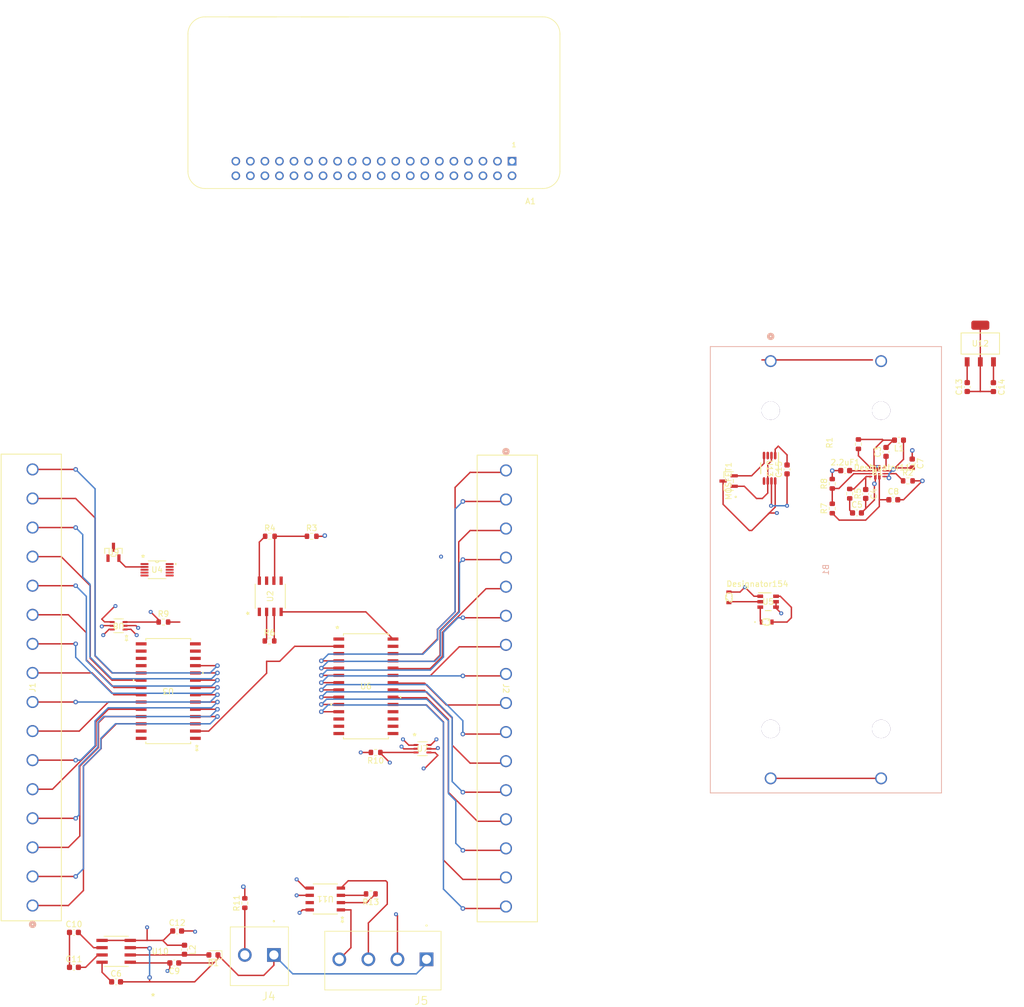
<source format=kicad_pcb>
(kicad_pcb (version 20221018) (generator pcbnew)
  (layers (0 "F.Cu" signal) (31 "B.Cu" signal) (34 "B.Paste" user) (35 "F.Paste" user) (36 "B.SilkS" user "B.Silkscreen") (37 "F.SilkS" user "F.Silkscreen") (38 "B.Mask" user) (39 "F.Mask" user) (44 "Edge.Cuts" user))
  (net 0 "")
  (net 1 "Net-(U5-CAP-)")
  (net 2 "Net-(U5-CAP+)")
  (net 3 "GND")
  (net 4 "-5V")
  (net 5 "Net-(J1-Pin_1)")
  (net 6 "Net-(J1-Pin_2)")
  (net 7 "Net-(J1-Pin_3)")
  (net 8 "Net-(J1-Pin_4)")
  (net 9 "Net-(J1-Pin_5)")
  (net 10 "Net-(J1-Pin_6)")
  (net 11 "Net-(J1-Pin_7)")
  (net 12 "Net-(J1-Pin_8)")
  (net 13 "Net-(J1-Pin_9)")
  (net 14 "Net-(J1-Pin_10)")
  (net 15 "Net-(J1-Pin_11)")
  (net 16 "Net-(J1-Pin_12)")
  (net 17 "Net-(J1-Pin_13)")
  (net 18 "Net-(J1-Pin_14)")
  (net 19 "Net-(J1-Pin_15)")
  (net 20 "Net-(J1-Pin_16)")
  (net 21 "Net-(J2-Pin_1)")
  (net 22 "Net-(J2-Pin_2)")
  (net 23 "Net-(J2-Pin_3)")
  (net 24 "Net-(J2-Pin_4)")
  (net 25 "Net-(J2-Pin_5)")
  (net 26 "Net-(J2-Pin_6)")
  (net 27 "Net-(J2-Pin_7)")
  (net 28 "Net-(J2-Pin_8)")
  (net 29 "Net-(J2-Pin_9)")
  (net 30 "Net-(J2-Pin_10)")
  (net 31 "Net-(J2-Pin_11)")
  (net 32 "Net-(J2-Pin_12)")
  (net 33 "Net-(J2-Pin_13)")
  (net 34 "Net-(J2-Pin_14)")
  (net 35 "Net-(J2-Pin_15)")
  (net 36 "Net-(J2-Pin_16)")
  (net 37 "/PRE-BOOST_LINE")
  (net 38 "Net-(U1-SW)")
  (net 39 "+5V")
  (net 40 "Net-(D1-A)")
  (net 41 "Net-(MOSFET1-G)")
  (net 42 "Net-(MOSFET1-S)")
  (net 43 "Net-(U1-FSW)")
  (net 44 "Net-(U1-ILIM)")
  (net 45 "Net-(U2-REF)")
  (net 46 "Net-(U1-COMP)")
  (net 47 "Net-(C5-Pad1)")
  (net 48 "Net-(R6-Pad1)")
  (net 49 "Net-(R6-Pad2)")
  (net 50 "Net-(U1-FB)")
  (net 51 "/MOSI_LINE")
  (net 52 "/MISO_LINE")
  (net 53 "Net-(R13-Pad1)")
  (net 54 "Net-(R13-Pad2)")
  (net 55 "Net-(U1-VCC)")
  (net 56 "Net-(U1-BOOT)")
  (net 57 "/INA819ID_-IN_LINE")
  (net 58 "/INA819ID_+IN_LINE")
  (net 59 "/THERMO_AMP_LINE")
  (net 60 "/INA819ID-IN_LINE")
  (net 64 "/MUX_A2")
  (net 65 "/MUX_A1")
  (net 66 "/MUX_A0")
  (net 67 "/U3_ENABLE")
  (net 68 "/ADC_U4_CS_LINE")
  (net 69 "Net-(U4-VA)")
  (net 70 "/LOAD_CELL_LINE")
  (net 71 "/PRESSURE_TRANSMITTER_LINE")
  (net 72 "/SCLK_LINE")
  (net 76 "/U6_ENABLE")
  (net 77 "/TEMPERATURE_SENSOR_U7_CS_LINE")
  (net 78 "+3.3V")
  (net 79 "/TEMPERATURE_SENSOR_U8_CS_LINE")
  (net 80 "Net-(U10-REF)")
  (net 81 "Net-(U10-SS)")
  (net 82 "Net-(U10-COMP)")
  (net 83 "+12V")
  (net 84 "Net-(J5-Pin_4)")
  (net 85 "Net-(J5-Pin_3)")
  (net 86 "Net-(U13-VCAPL)")
  (net 89 "Net-(U13-VCAPH)")
  (footprint "DAQ:CONN16_TB007-508_CUD" (layer "F.Cu") (at 112.940253 105.839253 -90)
    (fp_text reference "J2")
    (fp_text value "Screw_Terminal_01x16")
  )
  (footprint "DAQ:CUI_TB007-508-02BE" (layer "F.Cu") (at 72.39 190.5 180)
    (fp_text reference "J4")
    (fp_text value "Pressure_Transmitter_Terminals")
  )
  (footprint "Inductor_SMD:L_0603_1608Metric" (layer "F.Cu") (at 56.769 189.5855 -90)
    (fp_text reference "L2")
    (fp_text value "18uH")
  )
  (footprint "DAQ:SOT23_DIO" (layer "F.Cu") (at 151.8412 107.696 90)
    (fp_text reference "MOSFET1")
    (fp_text value "SI2312CDS-T1-GE3")
  )
  (footprint "Resistor_SMD:R_0603_1608Metric" (layer "F.Cu") (at 90.17 155.115253 180)
    (fp_text reference "R10")
    (fp_text value "10k")
  )
  (footprint "Resistor_SMD:R_0603_1608Metric" (layer "F.Cu") (at 71.691 117.348)
    (fp_text reference "R4")
    (fp_text value "15.67k")
  )
  (footprint "Capacitor_SMD:C_0603_1608Metric" (layer "F.Cu") (at 162.052 105.664 90)
    (fp_text reference "C15")
    (fp_text value "220nf")
  )
  (footprint "Capacitor_SMD:C_0603_1608Metric" (layer "F.Cu") (at 179.348998 102.597998 90)
    (fp_text reference "C3")
    (fp_text value "0.1uF")
  )
  (footprint "Capacitor_SMD:C_0603_1608Metric" (layer "F.Cu") (at 198.106 91.2876 -90)
    (fp_text reference "C14")
    (fp_text value "33uF")
  )
  (footprint "Capacitor_SMD:C_0603_1608Metric" (layer "F.Cu") (at 55.486 186.309)
    (fp_text reference "C12")
    (fp_text value "33uF, 20V")
  )
  (footprint "DAQ:ADA3708_RPI-ZERO" (layer "F.Cu") (at 89.872 53.086 180)
    (fp_text reference "A1")
    (fp_text value "ADA3708")
  )
  (footprint "DAQ:DW28_TEX" (layer "F.Cu") (at 88.467353 143.558253)
    (fp_text reference "U6")
    (fp_text value "MUX507IDWR")
  )
  (footprint "Capacitor_SMD:C_0603_1608Metric" (layer "F.Cu") (at 54.991 191.897 180)
    (fp_text reference "C9")
    (fp_text value "33uF")
  )
  (footprint "Capacitor_SMD:C_0603_1608Metric" (layer "F.Cu") (at 183.920998 104.629998 -90)
    (fp_text reference "C7")
    (fp_text value "22uF")
  )
  (footprint "Resistor_SMD:R_0603_1608Metric" (layer "F.Cu") (at 89.31935 179.832 180)
    (fp_text reference "R13")
    (fp_text value "367")
  )
  (footprint "Resistor_SMD:R_0603_1608Metric" (layer "F.Cu") (at 169.950998 108.172998 90)
    (fp_text reference "R8")
    (fp_text value "100k")
  )
  (footprint "DAQ:CONN16_TB007-508_CUD" (layer "F.Cu") (at 30.226 181.864 90)
    (fp_text reference "J1")
    (fp_text value "Screw_Terminal_01x16")
  )
  (footprint "DAQ:DW28_TEX" (layer "F.Cu") (at 53.9369 144.399 180)
    (fp_text reference "U3")
    (fp_text value "MUX507IDWR")
  )
  (footprint "DAQ:MP04A" (layer "F.Cu") (at 195.82 83.6676)
    (fp_text reference "U12")
    (fp_text value "LM3940IMP-3.3/NOPB")
  )
  (footprint "DAQ:D8_TEX" (layer "F.Cu") (at 81.3755 180.721 180)
    (fp_text reference "U11")
    (fp_text value "INA819ID")
  )
  (footprint "Resistor_SMD:R_0603_1608Metric" (layer "F.Cu") (at 78.994 117.348)
    (fp_text reference "R3")
    (fp_text value "1k")
  )
  (footprint "Resistor_SMD:R_0603_1608Metric" (layer "F.Cu") (at 71.628 135.636)
    (fp_text reference "R6")
    (fp_text value "633")
  )
  (footprint "Capacitor_SMD:C_0603_1608Metric" (layer "F.Cu") (at 175.792998 109.950998 -90)
    (fp_text reference "C4")
    (fp_text value "4.7nF")
  )
  (footprint "DAQ:DBV0006A_N" (layer "F.Cu") (at 158.75 128.778)
    (fp_text reference "U5")
    (fp_text value "LM2664M6X/NOPB")
  )
  (footprint "DAQ:SC70-6_DCK_TEX" (layer "F.Cu") (at 98.354303 154.465254)
    (fp_text reference "U7")
    (fp_text value "TMP126NDCKR")
  )
  (footprint "Capacitor_SMD:C_0603_1608Metric" (layer "F.Cu") (at 37.452 192.659)
    (fp_text reference "C11")
    (fp_text value "0.047uF")
  )
  (footprint "DAQ:SC70-6_DCK_TEX" (layer "F.Cu") (at 45.26255 132.983999 180)
    (fp_text reference "U8")
    (fp_text value "TMP126NDCKR" hide)
  )
  (footprint "Capacitor_SMD:C_0603_1608Metric" (layer "F.Cu") (at 37.452 186.563)
    (fp_text reference "C10")
    (fp_text value "0.1uF")
  )
  (footprint "Capacitor_SMD:C_0603_1608Metric" (layer "F.Cu") (at 44.818 195.199)
    (fp_text reference "C6")
    (fp_text value "0.001uF")
  )
  (footprint "DAQ:D8" (layer "F.Cu") (at 44.831 189.865)
    (fp_text reference "U10")
    (fp_text value "TPS6734IDR")
  )
  (footprint "DAQ:CAP_1608_TDK" (layer "F.Cu") (at 158.496 132.334)
    (fp_text reference "C1")
    (fp_text value "C1608X5R1C335K080AC")
  )
  (footprint "DAQ:D8_TEX" (layer "F.Cu") (at 71.755 127.83185 90)
    (fp_text reference "U2")
    (fp_text value "INA819ID")
  )
  (footprint "Capacitor_SMD:C_0603_1608Metric" (layer "F.Cu") (at 180.618998 110.966998)
    (fp_text reference "C8")
    (fp_text value "3x22uF")
  )
  (footprint "Resistor_SMD:R_0603_1608Metric" (layer "F.Cu") (at 183.158998 107.664998)
    (fp_text reference "R2")
    (fp_text value "200k")
  )
  (footprint "DAQ:DBZ3" (layer "F.Cu") (at 44.3611 120.150001)
    (fp_text reference "U9")
    (fp_text value "REF3133AIDBZR")
  )
  (footprint "DAQ:MUB10A" (layer "F.Cu") (at 51.9811 123.198001)
    (fp_text reference "U4")
    (fp_text value "ADC124S051CIMMX/NOPB")
  )
  (footprint "Resistor_SMD:R_0603_1608Metric" (layer "F.Cu") (at 174.522998 101.251998 90)
    (fp_text reference "R1")
    (fp_text value "312k")
  )
  (footprint "DAQ:CUI_TB007-508-04BE" (layer "F.Cu") (at 99.06 191.262 180)
    (fp_text reference "J5")
    (fp_text value "Load_Cell_terminal")
  )
  (footprint "Resistor_SMD:R_0603_1608Metric" (layer "F.Cu") (at 169.950998 112.490998 90)
    (fp_text reference "R7")
    (fp_text value "313k")
  )
  (footprint "Capacitor_SMD:C_0603_1608Metric" (layer "F.Cu") (at 193.534 91.2746 90)
    (fp_text reference "C13")
    (fp_text value "0.47uF")
  )
  (footprint "Capacitor_SMD:C_0603_1608Metric" (layer "F.Cu") (at 174.268998 113.265998)
    (fp_text reference "C5")
    (fp_text value "4.7nF")
  )
  (footprint "Diode_SMD:D_0603_1608Metric" (layer "F.Cu") (at 61.8235 190.5 180)
    (fp_text reference "D1")
    (fp_text value "1A,20V")
  )
  (footprint "Capacitor_SMD:C_0603_1608Metric" (layer "F.Cu") (at 172.207999 105.870999)
    (fp_text reference "2.2uF1")
    (fp_text value "C")
  )
  (footprint "DAQ:DGK0008A_N" (layer "F.Cu") (at 159.004 105.470998 -90)
    (fp_text reference "U13")
    (fp_text value "LM74610QDGKRQ1")
  )
  (footprint "Resistor_SMD:R_0603_1608Metric" (layer "F.Cu") (at 67.31 181.4355 90)
    (fp_text reference "R11")
    (fp_text value "165")
  )
  (footprint "Resistor_SMD:R_0603_1608Metric" (layer "F.Cu") (at 172.998998 109.900998 -90)
    (fp_text reference "R5")
    (fp_text value "17.4")
  )
  (footprint "DAQ:RNR0011A" (layer "F.Cu") (at 177.824998 106.152997)
    (fp_text reference "U1")
    (fp_text value "TPS61089RNRR")
  )
  (footprint "Inductor_SMD:L_0603_1608Metric" (layer "F.Cu") (at 181.609498 100.552998 180)
    (fp_text reference "L1")
    (fp_text value "1.8uH")
  )
  (footprint "Resistor_SMD:R_0603_1608Metric" (layer "F.Cu") (at 53.086 132.334)
    (fp_text reference "R9")
    (fp_text value "10k")
  )
  (footprint "DAQ:CAP_1608_TDK" (layer "F.Cu") (at 151.892 128.016 -90)
    (fp_text reference "C2")
    (fp_text value "C1608X5R1C335K080AC")
  )
  (footprint "DAQ:BK-18650-PC4_MPD" (layer "B.Cu") (at 159.190997 86.74589 -90)
    (fp_text reference "B1")
    (fp_text value "BK-18650-PC4")
  )
  (segment (start 157.374999 129.727998) (end 157.374999 132.140099) (width 0.25) (layer "F.Cu") (net 1))
  (segment (start 157.374999 132.140099) (end 157.5689 132.334) (width 0.25) (layer "F.Cu") (net 1))
  (segment (start 162.814 131.572) (end 162.814 129.767) (width 0.25) (layer "F.Cu") (net 2))
  (segment (start 159.4231 132.334) (end 162.052 132.334) (width 0.25) (layer "F.Cu") (net 2))
  (segment (start 162.814 129.767) (end 160.874999 127.827999) (width 0.25) (layer "F.Cu") (net 2))
  (segment (start 162.052 132.334) (end 162.814 131.572) (width 0.25) (layer "F.Cu") (net 2))
  (segment (start 160.874999 127.827999) (end 160.124999 127.827999) (width 0.25) (layer "F.Cu") (net 2))
  (segment (start 54.216 191.897) (end 47.4218 191.897) (width 0.25) (layer "F.Cu") (net 3))
  (segment (start 54.216 192.8752) (end 53.7972 193.294) (width 0.25) (layer "F.Cu") (net 3))
  (segment (start 198.093 92.0496) (end 198.106 92.0626) (width 0.25) (layer "F.Cu") (net 3))
  (segment (start 97.230353 154.495252) (end 95.086352 154.495252) (width 0.25) (layer "F.Cu") (net 3))
  (segment (start 153.8351 127.0889) (end 154.686 126.238) (width 0.25) (layer "F.Cu") (net 3))
  (segment (start 195.82 86.868) (end 195.82 92.0496) (width 0.25) (layer "F.Cu") (net 3))
  (segment (start 177.474999 108.014997) (end 177.316998 108.172998) (width 0.25) (layer "F.Cu") (net 3))
  (segment (start 178.490999 159.645913) (end 159.190997 159.645913) (width 0.25) (layer "F.Cu") (net 3))
  (segment (start 95.086352 154.495252) (end 94.690353 154.099253) (width 0.25) (layer "F.Cu") (net 3))
  (segment (start 177.316998 110.992998) (end 175.792998 112.516998) (width 0.25) (layer "F.Cu") (net 3))
  (segment (start 156.275999 127.827999) (end 157.374999 127.827999) (width 0.25) (layer "F.Cu") (net 3))
  (segment (start 195.82 92.0496) (end 198.093 92.0496) (width 0.25) (layer "F.Cu") (net 3))
  (segment (start 171.432999 105.870999) (end 169.966997 105.870999) (width 0.25) (layer "F.Cu") (net 3))
  (segment (start 183.920998 102.356998) (end 183.933998 102.343998) (width 0.25) (layer "F.Cu") (net 3))
  (segment (start 93.98 183.642) (end 93.726 183.388) (width 0.25) (layer "F.Cu") (net 3))
  (segment (start 46.1325 132.954001) (end 48.276501 132.954001) (width 0.25) (layer "F.Cu") (net 3))
  (segment (start 48.276501 132.954001) (end 48.6725 133.35) (width 0.25) (layer "F.Cu") (net 3))
  (segment (start 43.8846 132.954001) (end 42.464499 132.954001) (width 0.25) (layer "F.Cu") (net 3))
  (segment (start 177.474999 106.852998) (end 177.474999 108.014997) (width 0.25) (layer "F.Cu") (net 3))
  (segment (start 42.464499 132.954001) (end 42.3225 133.096) (width 0.25) (layer "F.Cu") (net 3))
  (segment (start 181.393998 110.966998) (end 182.396998 110.966998) (width 0.25) (layer "F.Cu") (net 3))
  (segment (start 78.65135 180.086) (end 76.36535 180.086) (width 0.25) (layer "F.Cu") (net 3))
  (segment (start 183.920998 103.854998) (end 183.920998 102.356998) (width 0.25) (layer "F.Cu") (net 3))
  (segment (start 183.983998 107.664998) (end 185.698998 107.664998) (width 0.25) (layer "F.Cu") (net 3))
  (segment (start 151.892 127.0889) (end 153.8351 127.0889) (width 0.25) (layer "F.Cu") (net 3))
  (segment (start 47.4218 191.897) (end 47.2948 191.77) (width 0.25) (layer "F.Cu") (net 3))
  (segment (start 169.966997 105.870999) (end 169.950998 105.886998) (width 0.25) (layer "F.Cu") (net 3))
  (segment (start 177.316998 108.172998) (end 177.316998 110.992998) (width 0.25) (layer "F.Cu") (net 3))
  (segment (start 67.31 180.6105) (end 67.31 178.8325) (width 0.25) (layer "F.Cu") (net 3))
  (segment (start 100.898354 154.495252) (end 101.040353 154.353253) (width 0.25) (layer "F.Cu") (net 3))
  (segment (start 56.261 186.309) (end 58.4962 186.309) (width 0.25) (layer "F.Cu") (net 3))
  (segment (start 79.819 117.348) (end 81.1657 117.348) (width 0.25) (layer "F.Cu") (net 3))
  (segment (start 154.686 126.238) (end 156.275999 127.827999) (width 0.25) (layer "F.Cu") (net 3))
  (segment (start 193.534 92.0496) (end 195.82 92.0496) (width 0.25) (layer "F.Cu") (net 3))
  (segment (start 54.216 191.897) (end 54.216 192.8752) (width 0.25) (layer "F.Cu") (net 3))
  (segment (start 182.396998 110.966998) (end 185.698998 107.664998) (width 0.25) (layer "F.Cu") (net 3))
  (segment (start 169.950998 107.347998) (end 169.950998 105.886998) (width 0.25) (layer "F.Cu") (net 3))
  (segment (start 67.31 178.8325) (end 67.056 178.5785) (width 0.25) (layer "F.Cu") (net 3))
  (segment (start 58.4962 186.309) (end 58.6232 186.436) (width 0.25) (layer "F.Cu") (net 3))
  (segment (start 36.677 186.563) (end 36.677 192.659) (width 0.25) (layer "F.Cu") (net 3))
  (segment (start 99.478253 154.495252) (end 100.898354 154.495252) (width 0.25) (layer "F.Cu") (net 3))
  (segment (start 81.1657 117.348) (end 81.28 117.2337) (width 0.25) (layer "F.Cu") (net 3))
  (segment (start 93.98 191.262) (end 93.98 183.642) (width 0.25) (layer "F.Cu") (net 3))
  (segment (start 175.792998 110.725998) (end 175.792998 112.516998) (width 0.25) (layer "F.Cu") (net 3))
  (segment (start 195.82 80.4672) (end 195.82 86.868) (width 0.25) (layer "F.Cu") (net 3))
  (segment (start 175.792998 112.516998) (end 175.043998 113.265998) (width 0.25) (layer "F.Cu") (net 3))
  (via (at 185.698998 107.664998) (size 0.8) (drill 0.4) (layers "F.Cu" "B.Cu") (net 3))
  (via (at 94.690353 154.099253) (size 0.7) (drill 0.3) (layers "F.Cu" "B.Cu") (net 3))
  (via (at 48.6725 133.35) (size 0.7) (drill 0.3) (layers "F.Cu" "B.Cu") (net 3))
  (via (at 67.056 178.5785) (size 0.8) (drill 0.4) (layers "F.Cu" "B.Cu") (net 3))
  (via (at 53.7972 193.294) (size 0.7) (drill 0.3) (layers "F.Cu" "B.Cu") (net 3))
  (via (at 101.040353 154.353253) (size 0.7) (drill 0.3) (layers "F.Cu" "B.Cu") (net 3))
  (via (at 42.3225 133.096) (size 0.7) (drill 0.3) (layers "F.Cu" "B.Cu") (net 3))
  (via (at 81.28 117.2337) (size 0.8) (drill 0.4) (layers "F.Cu" "B.Cu") (net 3))
  (via (at 76.36535 180.086) (size 0.7) (drill 0.3) (layers "F.Cu" "B.Cu") (net 3))
  (via (at 93.726 183.388) (size 0.7) (drill 0.3) (layers "F.Cu" "B.Cu") (net 3))
  (via (at 154.686 126.238) (size 0.7) (drill 0.3) (layers "F.Cu" "B.Cu") (net 3))
  (via (at 177.316998 108.172998) (size 0.8) (drill 0.4) (layers "F.Cu" "B.Cu") (net 3))
  (via (at 183.933998 102.343998) (size 0.8) (drill 0.4) (layers "F.Cu" "B.Cu") (net 3))
  (via (at 169.950998 105.886998) (size 0.8) (drill 0.4) (layers "F.Cu" "B.Cu") (net 3))
  (via (at 58.6232 186.436) (size 0.7) (drill 0.3) (layers "F.Cu" "B.Cu") (net 3))
  (segment (start 157.374999 128.778) (end 152.0571 128.778) (width 0.25) (layer "F.Cu") (net 4))
  (segment (start 78.65135 178.816) (end 77.88935 178.816) (width 0.25) (layer "F.Cu") (net 4))
  (segment (start 152.0571 128.778) (end 151.892 128.9431) (width 0.25) (layer "F.Cu") (net 4))
  (segment (start 77.88935 178.816) (end 76.36535 177.292) (width 0.25) (layer "F.Cu") (net 4))
  (via (at 76.36535 177.292) (size 0.7) (drill 0.3) (layers "F.Cu" "B.Cu") (net 4))
  (segment (start 30.1371 181.864) (end 36.4871 181.864) (width 0.25) (layer "F.Cu") (net 5))
  (segment (start 44.8691 150.114) (end 49.53 150.114) (width 0.25) (layer "F.Cu") (net 5))
  (segment (start 39.116 179.2351) (end 39.116 157.524846) (width 0.25) (layer "F.Cu") (net 5))
  (segment (start 39.116 157.524846) (end 42.2021 154.438746) (width 0.25) (layer "F.Cu") (net 5))
  (segment (start 42.2021 154.438746) (end 42.2021 152.781) (width 0.25) (layer "F.Cu") (net 5))
  (segment (start 36.4871 181.864) (end 39.116 179.2351) (width 0.25) (layer "F.Cu") (net 5))
  (segment (start 42.2021 152.781) (end 44.8691 150.114) (width 0.25) (layer "F.Cu") (net 5))
  (segment (start 37.7571 176.784) (end 30.1371 176.784) (width 0.25) (layer "F.Cu") (net 6))
  (segment (start 62.5221 148.844) (end 59.0042 148.844) (width 0.25) (layer "F.Cu") (net 6))
  (via (at 37.7571 176.784) (size 0.8) (drill 0.4) (layers "F.Cu" "B.Cu") (net 6))
  (via (at 62.5221 148.844) (size 0.8) (drill 0.4) (layers "F.Cu" "B.Cu") (net 6))
  (segment (start 44.704 150.114) (end 61.2521 150.114) (width 0.25) (layer "B.Cu") (net 6))
  (segment (start 39.116 157.48) (end 42.164 154.432) (width 0.25) (layer "B.Cu") (net 6))
  (segment (start 42.164 154.432) (end 42.164 152.654) (width 0.25) (layer "B.Cu") (net 6))
  (segment (start 42.164 152.654) (end 44.704 150.114) (width 0.25) (layer "B.Cu") (net 6))
  (segment (start 61.2521 150.114) (end 62.5221 148.844) (width 0.25) (layer "B.Cu") (net 6))
  (segment (start 39.116 175.4251) (end 39.116 157.48) (width 0.25) (layer "B.Cu") (net 6))
  (segment (start 37.7571 176.784) (end 39.116 175.4251) (width 0.25) (layer "B.Cu") (net 6))
  (segment (start 30.1371 171.704) (end 36.4871 171.704) (width 0.25) (layer "F.Cu") (net 7))
  (segment (start 38.4821 157.52235) (end 41.7521 154.25235) (width 0.25) (layer "F.Cu") (net 7))
  (segment (start 38.4821 169.709) (end 38.4821 157.52235) (width 0.25) (layer "F.Cu") (net 7))
  (segment (start 41.7521 154.25235) (end 41.7521 149.927604) (width 0.25) (layer "F.Cu") (net 7))
  (segment (start 41.7521 149.927604) (end 42.835704 148.844) (width 0.25) (layer "F.Cu") (net 7))
  (segment (start 36.4871 171.704) (end 38.4821 169.709) (width 0.25) (layer "F.Cu") (net 7))
  (segment (start 42.835704 148.844) (end 49.53 148.844) (width 0.25) (layer "F.Cu") (net 7))
  (segment (start 37.7571 166.624) (end 30.1371 166.624) (width 0.25) (layer "F.Cu") (net 8))
  (segment (start 62.5221 147.574) (end 59.0042 147.574) (width 0.25) (layer "F.Cu") (net 8))
  (via (at 62.5221 147.574) (size 0.8) (drill 0.4) (layers "F.Cu" "B.Cu") (net 8))
  (via (at 37.7571 166.624) (size 0.8) (drill 0.4) (layers "F.Cu" "B.Cu") (net 8))
  (segment (start 61.2521 148.844) (end 42.672 148.844) (width 0.25) (layer "B.Cu") (net 8))
  (segment (start 38.354 166.0271) (end 37.7571 166.624) (width 0.25) (layer "B.Cu") (net 8))
  (segment (start 41.656 149.86) (end 41.656 154.178) (width 0.25) (layer "B.Cu") (net 8))
  (segment (start 42.672 148.844) (end 41.656 149.86) (width 0.25) (layer "B.Cu") (net 8))
  (segment (start 38.354 157.48) (end 38.354 166.0271) (width 0.25) (layer "B.Cu") (net 8))
  (segment (start 41.656 154.178) (end 38.354 157.48) (width 0.25) (layer "B.Cu") (net 8))
  (segment (start 62.5221 147.574) (end 61.2521 148.844) (width 0.25) (layer "B.Cu") (net 8))
  (segment (start 33.702405 161.544) (end 41.3021 153.944305) (width 0.25) (layer "F.Cu") (net 9))
  (segment (start 41.3021 153.944305) (end 41.3021 149.741208) (width 0.25) (layer "F.Cu") (net 9))
  (segment (start 43.469308 147.574) (end 49.53 147.574) (width 0.25) (layer "F.Cu") (net 9))
  (segment (start 41.3021 149.741208) (end 43.469308 147.574) (width 0.25) (layer "F.Cu") (net 9))
  (segment (start 30.1371 161.544) (end 33.702405 161.544) (width 0.25) (layer "F.Cu") (net 9))
  (segment (start 62.5221 146.304) (end 59.0042 146.304) (width 0.25) (layer "F.Cu") (net 10))
  (segment (start 37.7571 156.464) (end 30.1371 156.464) (width 0.25) (layer "F.Cu") (net 10))
  (via (at 62.5221 146.304) (size 0.8) (drill 0.4) (layers "F.Cu" "B.Cu") (net 10))
  (via (at 37.7571 156.464) (size 0.8) (drill 0.4) (layers "F.Cu" "B.Cu") (net 10))
  (segment (start 43.434 147.32) (end 41.148 149.606) (width 0.25) (layer "B.Cu") (net 10))
  (segment (start 41.148 153.924) (end 38.608 156.464) (width 0.25) (layer "B.Cu") (net 10))
  (segment (start 62.5221 146.304) (end 61.5061 147.32) (width 0.25) (layer "B.Cu") (net 10))
  (segment (start 41.148 149.606) (end 41.148 153.924) (width 0.25) (layer "B.Cu") (net 10))
  (segment (start 38.608 156.464) (end 37.7571 156.464) (width 0.25) (layer "B.Cu") (net 10))
  (segment (start 61.5061 147.32) (end 43.434 147.32) (width 0.25) (layer "B.Cu") (net 10))
  (segment (start 38.3921 151.384) (end 43.4721 146.304) (width 0.25) (layer "F.Cu") (net 11))
  (segment (start 43.4721 146.304) (end 49.53 146.304) (width 0.25) (layer "F.Cu") (net 11))
  (segment (start 30.1371 151.384) (end 30.5871 150.934) (width 0.25) (layer "F.Cu") (net 11))
  (segment (start 30.1371 151.384) (end 38.3921 151.384) (width 0.25) (layer "F.Cu") (net 11))
  (segment (start 30.1371 146.304) (end 37.7571 146.304) (width 0.25) (layer "F.Cu") (net 12))
  (segment (start 62.5221 145.034) (end 59.0042 145.034) (width 0.25) (layer "F.Cu") (net 12))
  (via (at 62.5221 145.034) (size 0.8) (drill 0.4) (layers "F.Cu" "B.Cu") (net 12))
  (via (at 37.7571 146.304) (size 0.8) (drill 0.4) (layers "F.Cu" "B.Cu") (net 12))
  (segment (start 61.2521 146.304) (end 37.7571 146.304) (width 0.25) (layer "B.Cu") (net 12))
  (segment (start 62.5221 145.034) (end 61.2521 146.304) (width 0.25) (layer "B.Cu") (net 12))
  (segment (start 44.45 145.034) (end 49.53 145.034) (width 0.25) (layer "F.Cu") (net 13))
  (segment (start 40.64 141.224) (end 44.45 145.034) (width 0.25) (layer "F.Cu") (net 13))
  (segment (start 30.1371 141.224) (end 40.64 141.224) (width 0.25) (layer "F.Cu") (net 13))
  (segment (start 62.5221 143.764) (end 59.0042 143.764) (width 0.25) (layer "F.Cu") (net 14))
  (segment (start 37.7571 136.144) (end 30.1371 136.144) (width 0.25) (layer "F.Cu") (net 14))
  (via (at 37.7571 136.144) (size 0.8) (drill 0.4) (layers "F.Cu" "B.Cu") (net 14))
  (via (at 62.5221 143.764) (size 0.8) (drill 0.4) (layers "F.Cu" "B.Cu") (net 14))
  (segment (start 37.7571 136.144) (end 37.7571 138.4681) (width 0.25) (layer "B.Cu") (net 14))
  (segment (start 61.5061 144.78) (end 62.5221 143.764) (width 0.25) (layer "B.Cu") (net 14))
  (segment (start 44.069 144.78) (end 61.5061 144.78) (width 0.25) (layer "B.Cu") (net 14))
  (segment (start 37.7571 138.4681) (end 44.069 144.78) (width 0.25) (layer "B.Cu") (net 14))
  (segment (start 30.1371 131.064) (end 36.4871 131.064) (width 0.25) (layer "F.Cu") (net 15))
  (segment (start 39.624 134.2009) (end 39.624 138.938) (width 0.25) (layer "F.Cu") (net 15))
  (segment (start 36.4871 131.064) (end 39.624 134.2009) (width 0.25) (layer "F.Cu") (net 15))
  (segment (start 39.624 138.938) (end 44.45 143.764) (width 0.25) (layer "F.Cu") (net 15))
  (segment (start 44.45 143.764) (end 49.53 143.764) (width 0.25) (layer "F.Cu") (net 15))
  (segment (start 37.7571 125.984) (end 30.1371 125.984) (width 0.25) (layer "F.Cu") (net 16))
  (segment (start 62.5221 142.494) (end 59.0042 142.494) (width 0.25) (layer "F.Cu") (net 16))
  (via (at 37.7571 125.984) (size 0.8) (drill 0.4) (layers "F.Cu" "B.Cu") (net 16))
  (via (at 62.5221 142.494) (size 0.8) (drill 0.4) (layers "F.Cu" "B.Cu") (net 16))
  (segment (start 39.624 139.065) (end 44.069 143.51) (width 0.25) (layer "B.Cu") (net 16))
  (segment (start 44.069 143.51) (end 61.5061 143.51) (width 0.25) (layer "B.Cu") (net 16))
  (segment (start 39.624 127.8509) (end 39.624 139.065) (width 0.25) (layer "B.Cu") (net 16))
  (segment (start 37.7571 125.984) (end 39.624 127.8509) (width 0.25) (layer "B.Cu") (net 16))
  (segment (start 61.5061 143.51) (end 62.5221 142.494) (width 0.25) (layer "B.Cu") (net 16))
  (segment (start 44.1071 142.494) (end 49.53 142.494) (width 0.25) (layer "F.Cu") (net 17))
  (segment (start 35.2171 120.904) (end 40.2971 125.984) (width 0.25) (layer "F.Cu") (net 17))
  (segment (start 30.1371 120.904) (end 35.2171 120.904) (width 0.25) (layer "F.Cu") (net 17))
  (segment (start 40.2971 138.684) (end 44.1071 142.494) (width 0.25) (layer "F.Cu") (net 17))
  (segment (start 40.2971 125.984) (end 40.2971 138.684) (width 0.25) (layer "F.Cu") (net 17))
  (segment (start 37.7571 115.824) (end 30.1371 115.824) (width 0.25) (layer "F.Cu") (net 18))
  (segment (start 62.5221 141.224) (end 59.0042 141.224) (width 0.25) (layer "F.Cu") (net 18))
  (via (at 37.7571 115.824) (size 0.8) (drill 0.4) (layers "F.Cu" "B.Cu") (net 18))
  (via (at 62.5221 141.224) (size 0.8) (drill 0.4) (layers "F.Cu" "B.Cu") (net 18))
  (segment (start 61.5061 142.24) (end 62.5221 141.224) (width 0.25) (layer "B.Cu") (net 18))
  (segment (start 40.259 138.43) (end 44.069 142.24) (width 0.25) (layer "B.Cu") (net 18))
  (segment (start 40.259 125.73) (end 40.259 138.43) (width 0.25) (layer "B.Cu") (net 18))
  (segment (start 37.7571 115.824) (end 38.989 117.0559) (width 0.25) (layer "B.Cu") (net 18))
  (segment (start 44.069 142.24) (end 61.5061 142.24) (width 0.25) (layer "B.Cu") (net 18))
  (segment (start 38.989 117.0559) (end 38.989 124.46) (width 0.25) (layer "B.Cu") (net 18))
  (segment (start 38.989 124.46) (end 40.259 125.73) (width 0.25) (layer "B.Cu") (net 18))
  (segment (start 30.1371 110.744) (end 37.7571 110.744) (width 0.25) (layer "F.Cu") (net 19))
  (segment (start 41.148 138.2649) (end 44.1071 141.224) (width 0.25) (layer "F.Cu") (net 19))
  (segment (start 37.7571 110.744) (end 41.148 114.1349) (width 0.25) (layer "F.Cu") (net 19))
  (segment (start 44.1071 141.224) (end 49.53 141.224) (width 0.25) (layer "F.Cu") (net 19))
  (segment (start 41.148 114.1349) (end 41.148 138.2649) (width 0.25) (layer "F.Cu") (net 19))
  (segment (start 37.7571 105.664) (end 30.1371 105.664) (width 0.25) (layer "F.Cu") (net 20))
  (segment (start 62.5221 139.954) (end 59.0042 139.954) (width 0.25) (layer "F.Cu") (net 20))
  (via (at 62.5221 139.954) (size 0.8) (drill 0.4) (layers "F.Cu" "B.Cu") (net 20))
  (via (at 37.7571 105.664) (size 0.8) (drill 0.4) (layers "F.Cu" "B.Cu") (net 20))
  (segment (start 61.2521 141.224) (end 62.5221 139.954) (width 0.25) (layer "B.Cu") (net 20))
  (segment (start 41.148 138.176) (end 44.196 141.224) (width 0.25) (layer "B.Cu") (net 20))
  (segment (start 44.196 141.224) (end 61.2521 141.224) (width 0.25) (layer "B.Cu") (net 20))
  (segment (start 37.7571 105.664) (end 41.148 109.0549) (width 0.25) (layer "B.Cu") (net 20))
  (segment (start 41.148 109.0549) (end 41.148 138.176) (width 0.25) (layer "B.Cu") (net 20))
  (segment (start 106.679153 106.182153) (end 104.050253 108.811053) (width 0.25) (layer "F.Cu") (net 21))
  (segment (start 100.964153 133.607407) (end 100.964153 135.265153) (width 0.25) (layer "F.Cu") (net 21))
  (segment (start 98.297153 137.932153) (end 93.636253 137.932153) (width 0.25) (layer "F.Cu") (net 21))
  (segment (start 113.029153 106.182153) (end 106.679153 106.182153) (width 0.25) (layer "F.Cu") (net 21))
  (segment (start 104.050253 130.521307) (end 100.964153 133.607407) (width 0.25) (layer "F.Cu") (net 21))
  (segment (start 104.050253 108.811053) (end 104.050253 130.521307) (width 0.25) (layer "F.Cu") (net 21))
  (segment (start 100.964153 135.265153) (end 98.297153 137.932153) (width 0.25) (layer "F.Cu") (net 21))
  (segment (start 105.409153 111.262153) (end 113.029153 111.262153) (width 0.25) (layer "F.Cu") (net 22))
  (segment (start 80.682253 139.113253) (end 84.200153 139.113253) (width 0.25) (layer "F.Cu") (net 22))
  (via (at 80.682253 139.113253) (size 0.8) (drill 0.4) (layers "F.Cu" "B.Cu") (net 22))
  (via (at 105.409153 111.262153) (size 0.8) (drill 0.4) (layers "F.Cu" "B.Cu") (net 22))
  (segment (start 80.682253 139.113253) (end 80.733053 139.113253) (width 0.25) (layer "B.Cu") (net 22))
  (segment (start 80.733053 139.113253) (end 81.914153 137.932153) (width 0.25) (layer "B.Cu") (net 22))
  (segment (start 101.002253 135.392153) (end 98.462253 137.932153) (width 0.25) (layer "B.Cu") (net 22))
  (segment (start 101.002253 133.614153) (end 101.002253 135.392153) (width 0.25) (layer "B.Cu") (net 22))
  (segment (start 98.462253 137.932153) (end 81.914153 137.932153) (width 0.25) (layer "B.Cu") (net 22))
  (segment (start 104.050253 112.621053) (end 104.050253 130.566153) (width 0.25) (layer "B.Cu") (net 22))
  (segment (start 105.409153 111.262153) (end 104.050253 112.621053) (width 0.25) (layer "B.Cu") (net 22))
  (segment (start 104.050253 130.566153) (end 101.002253 133.614153) (width 0.25) (layer "B.Cu") (net 22))
  (segment (start 104.684153 118.337153) (end 104.684153 130.523803) (width 0.25) (layer "F.Cu") (net 23))
  (segment (start 106.679153 116.342153) (end 104.684153 118.337153) (width 0.25) (layer "F.Cu") (net 23))
  (segment (start 104.684153 130.523803) (end 101.414153 133.793803) (width 0.25) (layer "F.Cu") (net 23))
  (segment (start 113.029153 116.342153) (end 106.679153 116.342153) (width 0.25) (layer "F.Cu") (net 23))
  (segment (start 101.414153 138.118549) (end 100.330549 139.202153) (width 0.25) (layer "F.Cu") (net 23))
  (segment (start 100.330549 139.202153) (end 93.636253 139.202153) (width 0.25) (layer "F.Cu") (net 23))
  (segment (start 101.414153 133.793803) (end 101.414153 138.118549) (width 0.25) (layer "F.Cu") (net 23))
  (segment (start 80.682253 140.383253) (end 84.200153 140.383253) (width 0.25) (layer "F.Cu") (net 24))
  (segment (start 105.409153 121.422153) (end 113.029153 121.422153) (width 0.25) (layer "F.Cu") (net 24))
  (via (at 105.409153 121.422153) (size 0.8) (drill 0.4) (layers "F.Cu" "B.Cu") (net 24))
  (via (at 80.682253 140.383253) (size 0.8) (drill 0.4) (layers "F.Cu" "B.Cu") (net 24))
  (segment (start 80.682253 140.383253) (end 81.863353 139.202153) (width 0.25) (layer "B.Cu") (net 24))
  (segment (start 101.510253 138.186153) (end 101.510253 133.868153) (width 0.25) (layer "B.Cu") (net 24))
  (segment (start 104.812253 130.566153) (end 104.812253 122.019053) (width 0.25) (layer "B.Cu") (net 24))
  (segment (start 101.510253 133.868153) (end 104.812253 130.566153) (width 0.25) (layer "B.Cu") (net 24))
  (segment (start 81.863353 139.202153) (end 100.494253 139.202153) (width 0.25) (layer "B.Cu") (net 24))
  (segment (start 100.494253 139.202153) (end 101.510253 138.186153) (width 0.25) (layer "B.Cu") (net 24))
  (segment (start 104.812253 122.019053) (end 105.409153 121.422153) (width 0.25) (layer "B.Cu") (net 24))
  (segment (start 113.029153 126.502153) (end 109.463848 126.502153) (width 0.25) (layer "F.Cu") (net 25))
  (segment (start 99.696945 140.472153) (end 93.636253 140.472153) (width 0.25) (layer "F.Cu") (net 25))
  (segment (start 101.864153 138.304945) (end 99.696945 140.472153) (width 0.25) (layer "F.Cu") (net 25))
  (segment (start 109.463848 126.502153) (end 101.864153 134.101848) (width 0.25) (layer "F.Cu") (net 25))
  (segment (start 101.864153 134.101848) (end 101.864153 138.304945) (width 0.25) (layer "F.Cu") (net 25))
  (segment (start 80.682253 141.653253) (end 84.200153 141.653253) (width 0.25) (layer "F.Cu") (net 26))
  (segment (start 105.409153 131.582153) (end 113.029153 131.582153) (width 0.25) (layer "F.Cu") (net 26))
  (via (at 105.409153 131.582153) (size 0.8) (drill 0.4) (layers "F.Cu" "B.Cu") (net 26))
  (via (at 80.682253 141.653253) (size 0.8) (drill 0.4) (layers "F.Cu" "B.Cu") (net 26))
  (segment (start 99.732253 140.726153) (end 102.018253 138.440153) (width 0.25) (layer "B.Cu") (net 26))
  (segment (start 81.660153 140.726153) (end 99.732253 140.726153) (width 0.25) (layer "B.Cu") (net 26))
  (segment (start 102.018253 134.122153) (end 104.558253 131.582153) (width 0.25) (layer "B.Cu") (net 26))
  (segment (start 80.682253 141.653253) (end 80.733053 141.653253) (width 0.25) (layer "B.Cu") (net 26))
  (segment (start 80.733053 141.653253) (end 81.660153 140.726153) (width 0.25) (layer "B.Cu") (net 26))
  (segment (start 102.018253 138.440153) (end 102.018253 134.122153) (width 0.25) (layer "B.Cu") (net 26))
  (segment (start 104.558253 131.582153) (end 105.409153 131.582153) (width 0.25) (layer "B.Cu") (net 26))
  (segment (start 99.694153 141.742153) (end 93.636253 141.742153) (width 0.25) (layer "F.Cu") (net 27))
  (segment (start 113.029153 136.662153) (end 104.774153 136.662153) (width 0.25) (layer "F.Cu") (net 27))
  (segment (start 113.029153 136.662153) (end 112.579153 137.112153) (width 0.25) (layer "F.Cu") (net 27))
  (segment (start 104.774153 136.662153) (end 99.694153 141.742153) (width 0.25) (layer "F.Cu") (net 27))
  (segment (start 80.682253 142.923253) (end 84.200153 142.923253) (width 0.25) (layer "F.Cu") (net 28))
  (segment (start 113.029153 141.742153) (end 105.409153 141.742153) (width 0.25) (layer "F.Cu") (net 28))
  (via (at 80.682253 142.923253) (size 0.8) (drill 0.4) (layers "F.Cu" "B.Cu") (net 28))
  (via (at 105.409153 141.742153) (size 0.8) (drill 0.4) (layers "F.Cu" "B.Cu") (net 28))
  (segment (start 80.682253 142.923253) (end 81.863353 141.742153) (width 0.25) (layer "B.Cu") (net 28))
  (segment (start 81.863353 141.742153) (end 105.409153 141.742153) (width 0.25) (layer "B.Cu") (net 28))
  (segment (start 113.029153 146.822153) (end 102.526253 146.822153) (width 0.25) (layer "F.Cu") (net 29))
  (segment (start 102.526253 146.822153) (end 98.716253 143.012153) (width 0.25) (layer "F.Cu") (net 29))
  (segment (start 98.716253 143.012153) (end 93.636253 143.012153) (width 0.25) (layer "F.Cu") (net 29))
  (segment (start 80.682253 144.193253) (end 84.200153 144.193253) (width 0.25) (layer "F.Cu") (net 30))
  (segment (start 105.409153 151.902153) (end 113.029153 151.902153) (width 0.25) (layer "F.Cu") (net 30))
  (via (at 80.682253 144.193253) (size 0.8) (drill 0.4) (layers "F.Cu" "B.Cu") (net 30))
  (via (at 105.409153 151.902153) (size 0.8) (drill 0.4) (layers "F.Cu" "B.Cu") (net 30))
  (segment (start 105.409153 149.578053) (end 105.409153 151.902153) (width 0.25) (layer "B.Cu") (net 30))
  (segment (start 81.609353 143.266153) (end 99.097253 143.266153) (width 0.25) (layer "B.Cu") (net 30))
  (segment (start 99.097253 143.266153) (end 105.409153 149.578053) (width 0.25) (layer "B.Cu") (net 30))
  (segment (start 80.682253 144.193253) (end 81.609353 143.266153) (width 0.25) (layer "B.Cu") (net 30))
  (segment (start 106.679153 156.982153) (end 103.542253 153.845253) (width 0.25) (layer "F.Cu") (net 31))
  (segment (start 103.542253 149.108153) (end 98.716253 144.282153) (width 0.25) (layer "F.Cu") (net 31))
  (segment (start 113.029153 156.982153) (end 106.679153 156.982153) (width 0.25) (layer "F.Cu") (net 31))
  (segment (start 98.716253 144.282153) (end 93.636253 144.282153) (width 0.25) (layer "F.Cu") (net 31))
  (segment (start 103.542253 153.845253) (end 103.542253 149.108153) (width 0.25) (layer "F.Cu") (net 31))
  (segment (start 80.682253 145.463253) (end 84.200153 145.463253) (width 0.25) (layer "F.Cu") (net 32))
  (segment (start 105.409153 162.062153) (end 113.029153 162.062153) (width 0.25) (layer "F.Cu") (net 32))
  (via (at 105.409153 162.062153) (size 0.8) (drill 0.4) (layers "F.Cu" "B.Cu") (net 32))
  (via (at 80.682253 145.463253) (size 0.8) (drill 0.4) (layers "F.Cu" "B.Cu") (net 32))
  (segment (start 103.542253 148.981153) (end 103.542253 160.195253) (width 0.25) (layer "B.Cu") (net 32))
  (segment (start 80.682253 145.463253) (end 81.609353 144.536153) (width 0.25) (layer "B.Cu") (net 32))
  (segment (start 103.542253 160.195253) (end 105.409153 162.062153) (width 0.25) (layer "B.Cu") (net 32))
  (segment (start 81.609353 144.536153) (end 99.097253 144.536153) (width 0.25) (layer "B.Cu") (net 32))
  (segment (start 99.097253 144.536153) (end 103.542253 148.981153) (width 0.25) (layer "B.Cu") (net 32))
  (segment (start 102.869153 149.362153) (end 99.059153 145.552153) (width 0.25) (layer "F.Cu") (net 33))
  (segment (start 107.949153 167.142153) (end 102.869153 162.062153) (width 0.25) (layer "F.Cu") (net 33))
  (segment (start 102.869153 162.062153) (end 102.869153 149.362153) (width 0.25) (layer "F.Cu") (net 33))
  (segment (start 99.059153 145.552153) (end 93.636253 145.552153) (width 0.25) (layer "F.Cu") (net 33))
  (segment (start 113.029153 167.142153) (end 107.949153 167.142153) (width 0.25) (layer "F.Cu") (net 33))
  (segment (start 80.682253 146.733253) (end 84.200153 146.733253) (width 0.25) (layer "F.Cu") (net 34))
  (segment (start 105.409153 172.222153) (end 113.029153 172.222153) (width 0.25) (layer "F.Cu") (net 34))
  (via (at 80.682253 146.733253) (size 0.8) (drill 0.4) (layers "F.Cu" "B.Cu") (net 34))
  (via (at 105.409153 172.222153) (size 0.8) (drill 0.4) (layers "F.Cu" "B.Cu") (net 34))
  (segment (start 104.177253 163.586153) (end 104.177253 170.990253) (width 0.25) (layer "B.Cu") (net 34))
  (segment (start 102.907253 149.616153) (end 102.907253 162.316153) (width 0.25) (layer "B.Cu") (net 34))
  (segment (start 99.097253 145.806153) (end 102.907253 149.616153) (width 0.25) (layer "B.Cu") (net 34))
  (segment (start 102.907253 162.316153) (end 104.177253 163.586153) (width 0.25) (layer "B.Cu") (net 34))
  (segment (start 104.177253 170.990253) (end 105.409153 172.222153) (width 0.25) (layer "B.Cu") (net 34))
  (segment (start 81.609353 145.806153) (end 99.097253 145.806153) (width 0.25) (layer "B.Cu") (net 34))
  (segment (start 80.682253 146.733253) (end 81.609353 145.806153) (width 0.25) (layer "B.Cu") (net 34))
  (segment (start 102.018253 149.781253) (end 99.059153 146.822153) (width 0.25) (layer "F.Cu") (net 35))
  (segment (start 99.059153 146.822153) (end 93.636253 146.822153) (width 0.25) (layer "F.Cu") (net 35))
  (segment (start 102.018253 173.911253) (end 102.018253 149.781253) (width 0.25) (layer "F.Cu") (net 35))
  (segment (start 113.029153 177.302153) (end 105.409153 177.302153) (width 0.25) (layer "F.Cu") (net 35))
  (segment (start 105.409153 177.302153) (end 102.018253 173.911253) (width 0.25) (layer "F.Cu") (net 35))
  (segment (start 105.409153 182.382153) (end 113.029153 182.382153) (width 0.25) (layer "F.Cu") (net 36))
  (segment (start 80.682253 148.003253) (end 84.200153 148.003253) (width 0.25) (layer "F.Cu") (net 36))
  (via (at 80.682253 148.003253) (size 0.8) (drill 0.4) (layers "F.Cu" "B.Cu") (net 36))
  (via (at 105.409153 182.382153) (size 0.8) (drill 0.4) (layers "F.Cu" "B.Cu") (net 36))
  (segment (start 102.018253 178.991253) (end 105.409153 182.382153) (width 0.25) (layer "B.Cu") (net 36))
  (segment (start 80.682253 148.003253) (end 81.863353 146.822153) (width 0.25) (layer "B.Cu") (net 36))
  (segment (start 81.863353 146.822153) (end 98.970253 146.822153) (width 0.25) (layer "B.Cu") (net 36))
  (segment (start 98.970253 146.822153) (end 102.018253 149.870153) (width 0.25) (layer "B.Cu") (net 36))
  (segment (start 102.018253 149.870153) (end 102.018253 178.991253) (width 0.25) (layer "B.Cu") (net 36))
  (segment (start 182.396998 100.552998) (end 182.396998 103.900497) (width 0.25) (layer "F.Cu") (net 37))
  (segment (start 180.394498 105.902997) (end 178.999997 105.902997) (width 0.25) (layer "F.Cu") (net 37))
  (segment (start 158.942594 113.284) (end 160.274 113.284) (width 0.25) (layer "F.Cu") (net 37))
  (segment (start 182.396998 103.900497) (end 180.618998 105.678497) (width 0.25) (layer "F.Cu") (net 37))
  (segment (start 158.719297 113.507297) (end 158.942594 113.284) (width 0.25) (layer "F.Cu") (net 37))
  (segment (start 155.448 116.332) (end 155.894595 116.332) (width 0.25) (layer "F.Cu") (net 37))
  (segment (start 150.876 111.76) (end 155.448 116.332) (width 0.25) (layer "F.Cu") (net 37))
  (segment (start 155.894595 116.332) (end 158.719297 113.507297) (width 0.25) (layer "F.Cu") (net 37))
  (segment (start 179.602998 106.902998) (end 179.856998 107.156998) (width 0.25) (layer "F.Cu") (net 37))
  (segment (start 183.920998 105.404998) (end 180.892497 105.404998) (width 0.25) (layer "F.Cu") (net 37))
  (segment (start 158.719297 113.507297) (end 159.978999 112.247596) (width 0.25) (layer "F.Cu") (net 37))
  (segment (start 159.978999 112.247596) (end 159.978999 107.696) (width 0.25) (layer "F.Cu") (net 37))
  (segment (start 180.618998 105.678497) (end 180.394498 105.902997) (width 0.25) (layer "F.Cu") (net 37))
  (segment (start 180.892497 105.404998) (end 180.618998 105.678497) (width 0.25) (layer "F.Cu") (net 37))
  (segment (start 150.876 107.696) (end 150.876 111.76) (width 0.25) (layer "F.Cu") (net 37))
  (segment (start 178.999997 106.902998) (end 179.602998 106.902998) (width 0.25) (layer "F.Cu") (net 37))
  (via (at 160.274 113.284) (size 0.7) (drill 0.3) (layers "F.Cu" "B.Cu") (net 37))
  (via (at 179.856998 107.156998) (size 0.8) (drill 0.4) (layers "F.Cu" "B.Cu") (net 37))
  (via (at 180.618998 105.678497) (size 0.8) (drill 0.4) (layers "F.Cu" "B.Cu") (net 37))
  (segment (start 179.856998 106.440497) (end 180.618998 105.678497) (width 0.25) (layer "B.Cu") (net 37))
  (segment (start 179.856998 107.156998) (end 179.856998 106.440497) (width 0.25) (layer "B.Cu") (net 37))
  (segment (start 180.821998 100.552998) (end 178.840998 100.552998) (width 0.25) (layer "F.Cu") (net 38))
  (segment (start 178.714998 100.426998) (end 178.840998 100.552998) (width 0.25) (layer "F.Cu") (net 38))
  (segment (start 177.586825 105.727995) (end 177.824998 105.727995) (width 0.25) (layer "F.Cu") (net 38))
  (segment (start 177.249999 102.143997) (end 177.249999 105.391169) (width 0.25) (layer "F.Cu") (net 38))
  (segment (start 178.840998 100.552998) (end 177.249999 102.143997) (width 0.25) (layer "F.Cu") (net 38))
  (segment (start 177.249999 105.391169) (end 177.586825 105.727995) (width 0.25) (layer "F.Cu") (net 38))
  (segment (start 180.618998 100.552998) (end 179.348998 101.822998) (width 0.25) (layer "F.Cu") (net 38))
  (segment (start 174.522998 100.426998) (end 178.714998 100.426998) (width 0.25) (layer "F.Cu") (net 38))
  (segment (start 180.821998 100.552998) (end 180.618998 100.552998) (width 0.25) (layer "F.Cu") (net 38))
  (segment (start 56.769 188.798) (end 53.797 188.798) (width 0.25) (layer "F.Cu") (net 39))
  (segment (start 178.174997 112.143051) (end 178.174997 110.966998) (width 0.25) (layer "F.Cu") (net 39))
  (segment (start 193.52 86.868) (end 193.52 90.4856) (width 0.25) (layer "F.Cu") (net 39))
  (segment (start 160.124999 128.778) (end 160.124999 129.727998) (width 0.25) (layer "F.Cu") (net 39))
  (segment (start 169.950998 113.315998) (end 171.157998 114.522998) (width 0.25) (layer "F.Cu") (net 39))
  (segment (start 77.38135 182.626) (end 76.87335 183.134) (width 0.25) (layer "F.Cu") (net 39))
  (segment (start 50.2412 187.96) (end 50.2412 185.674) (width 0.25) (layer "F.Cu") (net 39))
  (segment (start 42.3672 187.96) (end 47.2948 187.96) (width 0.25) (layer "F.Cu") (net 39))
  (segment (start 47.2948 187.96) (end 50.2412 187.96) (width 0.25) (layer "F.Cu") (net 39))
  (segment (start 160.124999 129.727998) (end 160.124999 129.898999) (width 0.25) (layer "F.Cu") (net 39))
  (segment (start 78.65135 182.626) (end 77.38135 182.626) (width 0.25) (layer "F.Cu") (net 39))
  (segment (start 179.843998 110.966998) (end 178.174997 110.966998) (width 0.25) (layer "F.Cu") (net 39))
  (segment (start 171.157998 114.522998) (end 175.79505 114.522998) (width 0.25) (layer "F.Cu") (net 39))
  (segment (start 69.85 118.364) (end 70.866 117.348) (width 0.25) (layer "F.Cu") (net 39))
  (segment (start 53.797 188.798) (end 52.959 187.96) (width 0.25) (layer "F.Cu") (net 39))
  (segment (start 53.06 187.96) (end 54.711 186.309) (width 0.25) (layer "F.Cu") (net 39))
  (segment (start 193.52 90.4856) (end 193.534 90.4996) (width 0.25) (layer "F.Cu") (net 39))
  (segment (start 160.124999 129.898999) (end 161.036 130.81) (width 0.25) (layer "F.Cu") (net 39))
  (segment (start 175.79505 114.522998) (end 178.174997 112.143051) (width 0.25) (layer "F.Cu") (net 39))
  (segment (start 50.2412 187.96) (end 52.959 187.96) (width 0.25) (layer "F.Cu") (net 39))
  (segment (start 52.959 187.96) (end 53.06 187.96) (width 0.25) (layer "F.Cu") (net 39))
  (segment (start 69.85 125.1077) (end 69.85 118.364) (width 0.25) (layer "F.Cu") (net 39))
  (segment (start 178.174997 110.966998) (end 178.174997 106.852998) (width 0.25) (layer "F.Cu") (net 39))
  (via (at 76.87335 183.134) (size 0.7) (drill 0.3) (layers "F.Cu" "B.Cu") (net 39))
  (via (at 161.036 130.81) (size 0.7) (drill 0.3) (layers "F.Cu" "B.Cu") (net 39))
  (via (at 50.2412 185.674) (size 0.7) (drill 0.3) (layers "F.Cu" "B.Cu") (net 39))
  (segment (start 47.2948 190.5) (end 56.642 190.5) (width 0.25) (layer "F.Cu") (net 40))
  (segment (start 61.036 190.5) (end 56.896 190.5) (width 0.25) (layer "F.Cu") (net 40))
  (segment (start 56.896 190.5) (end 56.769 190.373) (width 0.25) (layer "F.Cu") (net 40))
  (segment (start 56.642 190.5) (end 56.769 190.373) (width 0.25) (layer "F.Cu") (net 40))
  (segment (start 156.718 110.744) (end 157.734 110.744) (width 0.25) (layer "F.Cu") (net 41))
  (segment (start 152.8064 108.610999) (end 154.584999 108.610999) (width 0.25) (layer "F.Cu") (net 41))
  (segment (start 154.584999 108.610999) (end 156.718 110.744) (width 0.25) (layer "F.Cu") (net 41))
  (segment (start 157.734 110.744) (end 158.678999 109.799001) (width 0.25) (layer "F.Cu") (net 41))
  (segment (start 159.328998 103.245999) (end 159.328998 104.170999) (width 0.25) (layer "F.Cu") (net 41))
  (segment (start 158.678999 109.799001) (end 158.678999 107.696) (width 0.25) (layer "F.Cu") (net 41))
  (segment (start 159.328998 104.170999) (end 158.678999 104.820998) (width 0.25) (layer "F.Cu") (net 41))
  (segment (start 158.678999 104.820998) (end 158.678999 107.696) (width 0.25) (layer "F.Cu") (net 41))
  (segment (start 176.965 86.532998) (end 157.664998 86.532998) (width 0.25) (layer "F.Cu") (net 42))
  (segment (start 155.854999 106.781001) (end 152.8064 106.781001) (width 0.25) (layer "F.Cu") (net 42))
  (segment (start 158.028998 103.245999) (end 158.028998 104.607002) (width 0.25) (layer "F.Cu") (net 42))
  (segment (start 158.028998 104.607002) (end 155.854999 106.781001) (width 0.25) (layer "F.Cu") (net 42))
  (segment (start 174.522998 103.275995) (end 176.649999 105.402996) (width 0.25) (layer "F.Cu") (net 43))
  (segment (start 174.522998 102.076998) (end 174.522998 103.275995) (width 0.25) (layer "F.Cu") (net 43))
  (segment (start 178.999997 106.402997) (end 181.071997 106.402997) (width 0.25) (layer "F.Cu") (net 44))
  (segment (start 181.071997 106.402997) (end 182.333998 107.664998) (width 0.25) (layer "F.Cu") (net 44))
  (segment (start 72.516 124.9817) (end 72.39 125.1077) (width 0.25) (layer "F.Cu") (net 45))
  (segment (start 72.516 117.348) (end 72.516 124.9817) (width 0.25) (layer "F.Cu") (net 45))
  (segment (start 78.169 117.348) (end 72.516 117.348) (width 0.25) (layer "F.Cu") (net 45))
  (segment (start 176.649999 106.902998) (end 175.900999 106.902998) (width 0.25) (layer "F.Cu") (net 46))
  (segment (start 173.727999 109.075998) (end 172.998998 109.075998) (width 0.25) (layer "F.Cu") (net 46))
  (segment (start 175.792998 109.175998) (end 175.792998 107.010999) (width 0.25) (layer "F.Cu") (net 46))
  (segment (start 176.554998 106.997999) (end 176.649999 106.902998) (width 0.25) (layer "F.Cu") (net 46))
  (segment (start 175.900999 106.902998) (end 173.727999 109.075998) (width 0.25) (layer "F.Cu") (net 46))
  (segment (start 172.998998 110.725998) (end 172.998998 112.770998) (width 0.25) (layer "F.Cu") (net 47))
  (segment (start 172.998998 112.770998) (end 173.493998 113.265998) (width 0.25) (layer "F.Cu") (net 47))
  (segment (start 71.12 130.556) (end 71.12 135.319) (width 0.25) (layer "F.Cu") (net 48))
  (segment (start 71.12 135.319) (end 70.803 135.636) (width 0.25) (layer "F.Cu") (net 48))
  (segment (start 72.453 135.636) (end 72.453 130.619) (width 0.25) (layer "F.Cu") (net 49))
  (segment (start 72.453 130.619) (end 72.39 130.556) (width 0.25) (layer "F.Cu") (net 49))
  (segment (start 169.950998 108.997998) (end 171.115052 108.997998) (width 0.25) (layer "F.Cu") (net 50))
  (segment (start 173.710053 106.402997) (end 176.649999 106.402997) (width 0.25) (layer "F.Cu") (net 50))
  (segment (start 169.950998 111.665998) (end 169.950998 108.997998) (width 0.25) (layer "F.Cu") (net 50))
  (segment (start 171.115052 108.997998) (end 173.710053 106.402997) (width 0.25) (layer "F.Cu") (net 50))
  (segment (start 91.186 155.115253) (end 96.965 155.115253) (width 0.25) (layer "F.Cu") (net 51))
  (segment (start 52.324 132.334) (end 46.545 132.334) (width 0.25) (layer "F.Cu") (net 51))
  (segment (start 97.200355 155.115253) (end 97.230353 155.145251) (width 0.25) (layer "F.Cu") (net 51))
  (segment (start 46.162498 132.334) (end 46.1325 132.304002) (width 0.25) (layer "F.Cu") (net 51))
  (segment (start 91.186 155.432253) (end 92.647 156.893253) (width 0.25) (layer "F.Cu") (net 51))
  (segment (start 91.186 155.115253) (end 91.186 155.432253) (width 0.25) (layer "F.Cu") (net 51))
  (segment (start 52.324 132.017) (end 50.863 130.556) (width 0.25) (layer "F.Cu") (net 51))
  (segment (start 52.324 132.334) (end 52.324 132.017) (width 0.25) (layer "F.Cu") (net 51))
  (via (at 50.863 130.556) (size 0.7) (drill 0.3) (layers "F.Cu" "B.Cu") (net 51))
  (via (at 92.647 156.893253) (size 0.7) (drill 0.3) (layers "F.Cu" "B.Cu") (net 51))
  (segment (start 89.536 155.115253) (end 87.567 155.115253) (width 0.25) (layer "F.Cu") (net 52))
  (segment (start 53.974 132.334) (end 55.943 132.334) (width 0.25) (layer "F.Cu") (net 52))
  (via (at 87.567 155.115253) (size 0.7) (drill 0.3) (layers "F.Cu" "B.Cu") (net 52))
  (via (at 101.6 120.904) (size 0.7) (drill 0.3) (layers "F.Cu" "B.Cu") (net 52))
  (segment (start 88.62035 181.356) (end 84.09965 181.356) (width 0.25) (layer "F.Cu") (net 53))
  (segment (start 90.14435 179.832) (end 88.62035 181.356) (width 0.25) (layer "F.Cu") (net 53))
  (segment (start 88.24035 180.086) (end 88.49435 179.832) (width 0.25) (layer "F.Cu") (net 54))
  (segment (start 84.09965 180.086) (end 88.24035 180.086) (width 0.25) (layer "F.Cu") (net 54))
  (segment (start 176.649999 105.902997) (end 173.014997 105.902997) (width 0.25) (layer "F.Cu") (net 55))
  (segment (start 173.014997 105.902997) (end 172.982999 105.870999) (width 0.25) (layer "F.Cu") (net 55))
  (segment (start 179.348998 105.053995) (end 178.999997 105.402996) (width 0.25) (layer "F.Cu") (net 56))
  (segment (start 179.348998 103.372998) (end 179.348998 105.053995) (width 0.25) (layer "F.Cu") (net 56))
  (segment (start 73.66 130.556) (end 88.4572 130.556) (width 0.25) (layer "F.Cu") (net 58))
  (segment (start 88.4572 130.556) (end 93.204453 135.303253) (width 0.25) (layer "F.Cu") (net 58))
  (segment (start 71.12 139.192) (end 71.12 141.271405) (width 0.25) (layer "F.Cu") (net 60))
  (segment (start 83.730253 136.573253) (end 76.024747 136.573253) (width 0.25) (layer "F.Cu") (net 60))
  (segment (start 76.024747 136.573253) (end 73.406 139.192) (width 0.25) (layer "F.Cu") (net 60))
  (segment (start 73.406 139.192) (end 71.12 139.192) (width 0.25) (layer "F.Cu") (net 60))
  (segment (start 61.007405 151.384) (end 58.674 151.384) (width 0.25) (layer "F.Cu") (net 60))
  (segment (start 71.12 141.271405) (end 61.007405 151.384) (width 0.25) (layer "F.Cu") (net 60))
  (segment (start 49.784 122.698002) (end 46.468452 122.698002) (width 0.25) (layer "F.Cu") (net 69))
  (segment (start 46.468452 122.698002) (end 45.311101 121.540651) (width 0.25) (layer "F.Cu") (net 69))
  (segment (start 67.31 190.5) (end 67.31 182.2605) (width 0.25) (layer "F.Cu") (net 71))
  (segment (start 42.800502 132.304002) (end 42.3225 131.826) (width 0.25) (layer "F.Cu") (net 72))
  (segment (start 100.562351 155.145251) (end 101.040353 155.623253) (width 0.25) (layer "F.Cu") (net 72))
  (segment (start 101.040353 155.623253) (end 98.754353 157.909253) (width 0.25) (layer "F.Cu") (net 72))
  (segment (start 99.478253 155.145251) (end 100.562351 155.145251) (width 0.25) (layer "F.Cu") (net 72))
  (segment (start 42.3225 131.826) (end 44.6085 129.54) (width 0.25) (layer "F.Cu") (net 72))
  (segment (start 43.8846 132.304002) (end 42.800502 132.304002) (width 0.25) (layer "F.Cu") (net 72))
  (via (at 98.552 157.909253) (size 0.7) (drill 0.3) (layers "F.Cu" "B.Cu") (net 72))
  (via (at 44.704 129.54) (size 0.7) (drill 0.3) (layers "F.Cu" "B.Cu") (net 72))
  (segment (start 95.960353 153.845253) (end 94.944353 152.829253) (width 0.25) (layer "F.Cu") (net 77))
  (segment (start 97.230353 153.845253) (end 95.960353 153.845253) (width 0.25) (layer "F.Cu") (net 77))
  (via (at 94.944353 152.829253) (size 0.7) (drill 0.3) (layers "F.Cu" "B.Cu") (net 77))
  (segment (start 198.12 90.4986) (end 198.106 90.5126) (width 0.25) (layer "F.Cu") (net 78))
  (segment (start 43.8846 133.604) (end 43.5925 133.604) (width 0.25) (layer "F.Cu") (net 78))
  (segment (start 99.770353 153.845253) (end 100.786353 152.829253) (width 0.25) (layer "F.Cu") (net 78))
  (segment (start 43.5925 133.604) (end 42.5765 134.62) (width 0.25) (layer "F.Cu") (net 78))
  (segment (start 99.478253 153.845253) (end 99.770353 153.845253) (width 0.25) (layer "F.Cu") (net 78))
  (segment (start 198.12 86.868) (end 198.12 90.4986) (width 0.25) (layer "F.Cu") (net 78))
  (via (at 100.786353 152.829253) (size 0.7) (drill 0.3) (layers "F.Cu" "B.Cu") (net 78))
  (via (at 42.5765 134.62) (size 0.7) (drill 0.3) (layers "F.Cu" "B.Cu") (net 78))
  (segment (start 46.1325 133.604) (end 47.4025 133.604) (width 0.25) (layer "F.Cu") (net 79))
  (segment (start 47.4025 133.604) (end 48.4185 134.62) (width 0.25) (layer "F.Cu") (net 79))
  (via (at 48.4185 134.62) (size 0.7) (drill 0.3) (layers "F.Cu" "B.Cu") (net 79))
  (segment (start 42.3672 189.23) (end 40.894 189.23) (width 0.25) (layer "F.Cu") (net 80))
  (segment (start 40.894 189.23) (end 38.227 186.563) (width 0.25) (layer "F.Cu") (net 80))
  (segment (start 39.497 192.659) (end 38.227 192.659) (width 0.25) (layer "F.Cu") (net 81))
  (segment (start 42.3672 190.5) (end 41.656 190.5) (width 0.25) (layer "F.Cu") (net 81))
  (segment (start 41.656 190.5) (end 39.497 192.659) (width 0.25) (layer "F.Cu") (net 81))
  (segment (start 42.3672 191.77) (end 42.3672 193.5232) (width 0.25) (layer "F.Cu") (net 82))
  (segment (start 42.3672 193.5232) (end 44.043 195.199) (width 0.25) (layer "F.Cu") (net 82))
  (segment (start 50.673 189.357) (end 50.546 189.23) (width 0.25) (layer "F.Cu") (net 83))
  (segment (start 50.673 195.199) (end 50.673 194.437) (width 0.25) (layer "F.Cu") (net 83))
  (segment (start 45.593 195.199) (end 50.673 195.199) (width 0.25) (layer "F.Cu") (net 83))
  (segment (start 62.611 191.135) (end 61.849 191.897) (width 0.25) (layer "F.Cu") (net 83))
  (segment (start 50.546 189.23) (end 47.2948 189.23) (width 0.25) (layer "F.Cu") (net 83))
  (segment (start 66.1835 194.0725) (end 70.612 194.0725) (width 0.25) (layer "F.Cu") (net 83))
  (segment (start 50.673 195.199) (end 58.547 195.199) (width 0.25) (layer "F.Cu") (net 83))
  (segment (start 58.547 195.199) (end 61.849 191.897) (width 0.25) (layer "F.Cu") (net 83))
  (segment (start 62.611 190.5) (end 62.611 191.135) (width 0.25) (layer "F.Cu") (net 83))
  (segment (start 55.766 191.897) (end 61.849 191.897) (width 0.25) (layer "F.Cu") (net 83))
  (segment (start 72.39 192.2945) (end 70.612 194.0725) (width 0.25) (layer "F.Cu") (net 83))
  (segment (start 62.611 190.5) (end 66.1835 194.0725) (width 0.25) (layer "F.Cu") (net 83))
  (segment (start 72.39 190.5) (end 72.39 192.2945) (width 0.25) (layer "F.Cu") (net 83))
  (via (at 50.673 194.437) (size 0.8) (drill 0.4) (layers "F.Cu" "B.Cu") (net 83))
  (via (at 50.673 189.357) (size 0.8) (drill 0.4) (layers "F.Cu" "B.Cu") (net 83))
  (segment (start 99.06 192.024) (end 99.06 191.262) (width 0.25) (layer "B.Cu") (net 83))
  (segment (start 50.673 194.437) (end 50.673 189.357) (width 0.25) (layer "B.Cu") (net 83))
  (segment (start 72.39 190.5) (end 75.692 193.802) (width 0.25) (layer "B.Cu") (net 83))
  (segment (start 97.282 193.802) (end 99.06 192.024) (width 0.25) (layer "B.Cu") (net 83))
  (segment (start 75.692 193.802) (end 97.282 193.802) (width 0.25) (layer "B.Cu") (net 83))
  (segment (start 83.82 191.262) (end 85.852 189.23) (width 0.25) (layer "F.Cu") (net 84))
  (segment (start 85.852 189.23) (end 85.852 182.626) (width 0.25) (layer "F.Cu") (net 84))
  (segment (start 85.852 182.626) (end 84.09965 182.626) (width 0.25) (layer "F.Cu") (net 84))
  (segment (start 92.202 181.61) (end 92.202 177.8) (width 0.25) (layer "F.Cu") (net 85))
  (segment (start 88.9 184.912) (end 92.202 181.61) (width 0.25) (layer "F.Cu") (net 85))
  (segment (start 91.948 177.546) (end 85.36965 177.546) (width 0.25) (layer "F.Cu") (net 85))
  (segment (start 88.9 191.262) (end 88.9 184.912) (width 0.25) (layer "F.Cu") (net 85))
  (segment (start 92.202 177.8) (end 91.948 177.546) (width 0.25) (layer "F.Cu") (net 85))
  (segment (start 85.36965 177.546) (end 84.09965 178.816) (width 0.25) (layer "F.Cu") (net 85))
  (segment (start 159.978999 103.245999) (end 159.978999 102.149001) (width 0.25) (layer "F.Cu") (net 86))
  (segment (start 162.052 103.124) (end 162.052 104.889) (width 0.25) (layer "F.Cu") (net 86))
  (segment (start 160.528 101.6) (end 162.052 103.124) (width 0.25) (layer "F.Cu") (net 86))
  (segment (start 159.978999 102.149001) (end 160.528 101.6) (width 0.25) (layer "F.Cu") (net 86))
  (segment (start 159.328998 107.696) (end 159.328998 111.943002) (width 0.25) (layer "F.Cu") (net 89))
  (segment (start 159.328998 111.943002) (end 159.258 112.014) (width 0.25) (layer "F.Cu") (net 89))
  (segment (start 162.052 106.439) (end 162.052 112.014) (width 0.25) (layer "F.Cu") (net 89))
  (via (at 159.258 112.014) (size 0.7) (drill 0.3) (layers "F.Cu" "B.Cu") (net 89))
  (via (at 162.052 112.014) (size 0.7) (drill 0.3) (layers "F.Cu" "B.Cu") (net 89))
  (segment (start 159.258 112.014) (end 162.052 112.014) (width 0.25) (layer "B.Cu") (net 89))
)
</source>
